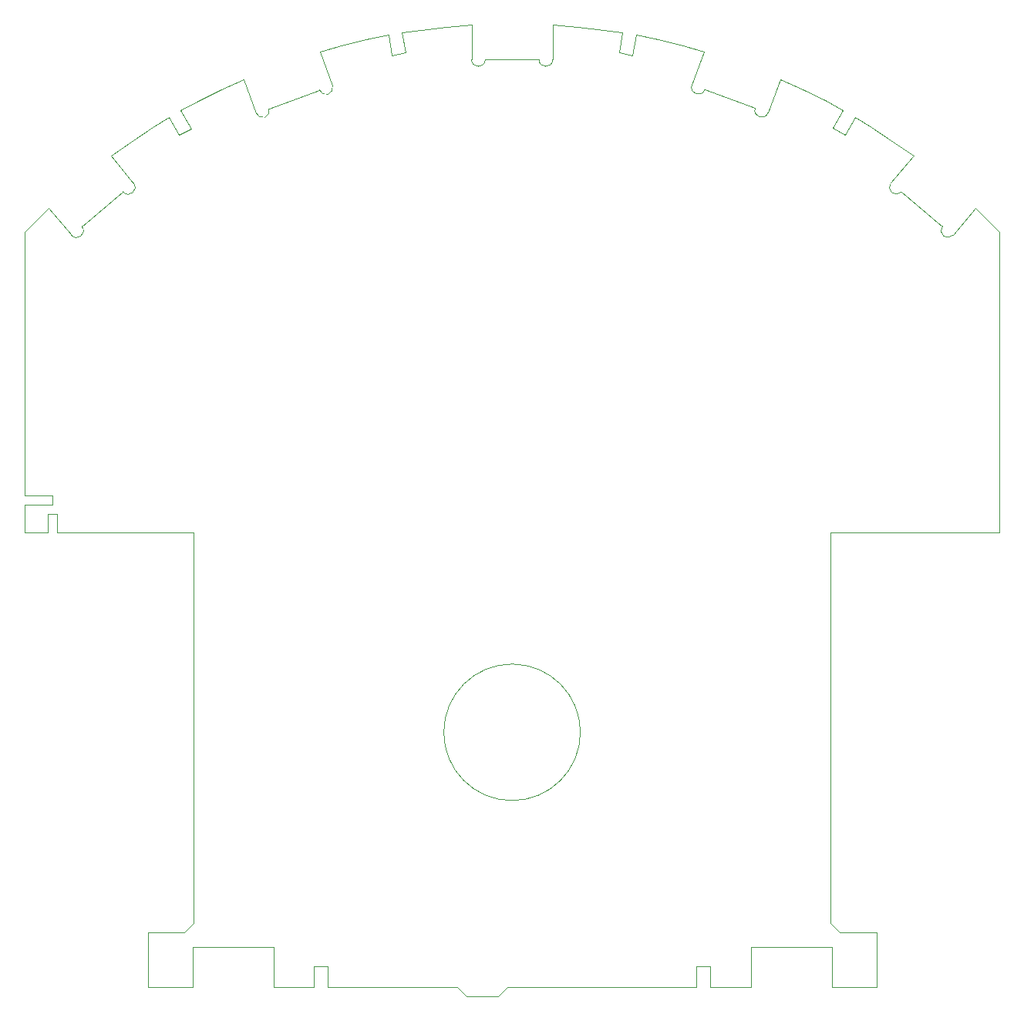
<source format=gm1>
G04*
G04 #@! TF.GenerationSoftware,Altium Limited,Altium Designer,19.1.6 (110)*
G04*
G04 Layer_Color=16711935*
%FSLAX44Y44*%
%MOMM*%
G71*
G01*
G75*
%ADD14C,0.1000*%
D14*
X1415911Y1123604D02*
G03*
X1427402Y1113962I5745J-4821D01*
G01*
X1472598Y1076038D02*
G03*
X1484089Y1066396I5745J-4821D01*
G01*
X1197446Y1231159D02*
G03*
X1211542Y1226029I7048J-2565D01*
G01*
X1266983Y1205850D02*
G03*
X1281079Y1200720I7048J-2565D01*
G01*
X516045Y1066280D02*
G03*
X527536Y1075922I5745J4821D01*
G01*
X572733Y1113846D02*
G03*
X584223Y1123488I5745J4821D01*
G01*
X719107Y1200346D02*
G03*
X733202Y1205476I7048J2565D01*
G01*
X788644Y1225655D02*
G03*
X802739Y1230786I7048J2565D01*
G01*
X1029500Y1259183D02*
G03*
X1044500Y1259183I7500J0D01*
G01*
X955500D02*
G03*
X970500Y1259183I7500J0D01*
G01*
X1075000Y520000D02*
G03*
X1075000Y520000I-75000J0D01*
G01*
X955500Y1259183D02*
X955506Y1297397D01*
X928046Y1295248D02*
X955506Y1297397D01*
X491097Y1095950D02*
X516045Y1066280D01*
X465000Y1070003D02*
X491097Y1095950D01*
X559330Y1153214D02*
X584223Y1123488D01*
X559330Y1153214D02*
X581711Y1169193D01*
X1415911Y1123604D02*
X1440525Y1152937D01*
X1418289Y1169193D02*
X1440704Y1153189D01*
X1484089Y1066396D02*
X1508703Y1095729D01*
X1508913Y1095941D02*
X1535000Y1070003D01*
X1427402Y1113962D02*
X1472598Y1076038D01*
X1281079Y1200720D02*
X1294533Y1237684D01*
X1197446Y1231159D02*
X1210900Y1268123D01*
X1211542Y1226029D02*
X1266983Y1205850D01*
X527536Y1075922D02*
X572733Y1113846D01*
X789163Y1268085D02*
X802739Y1230786D01*
X705511Y1237699D02*
X719107Y1200346D01*
X733202Y1205476D02*
X788644Y1225655D01*
X970500Y1259183D02*
X1029500D01*
X600000Y240000D02*
Y300000D01*
X649000Y240000D02*
Y284003D01*
X600000Y240000D02*
X649000D01*
X1351000D02*
X1400000D01*
X1351000D02*
Y284003D01*
X1400000Y240000D02*
Y300000D01*
X1262000Y284003D02*
X1351000D01*
X1217500Y240000D02*
X1262000Y240003D01*
X738000D02*
X782500Y240000D01*
X1202500Y262500D02*
X1217500D01*
X1202500Y240000D02*
Y262500D01*
X1217500Y240000D02*
Y262500D01*
X782500D02*
X797500D01*
X782500Y240000D02*
Y262500D01*
X1044494Y1297397D02*
X1044500Y1259183D01*
X899698Y1291926D02*
X928046Y1295248D01*
X815720Y1275442D02*
X843493Y1282015D01*
X789168Y1268066D02*
X815720Y1275442D01*
X680489Y1226222D02*
X705544Y1237627D01*
X654988Y1213405D02*
X680489Y1226222D01*
X581711Y1169193D02*
X605562Y1184869D01*
X649000Y284003D02*
X738000D01*
Y240003D02*
Y284003D01*
X1262000Y240003D02*
Y284003D01*
X1350000Y739320D02*
X1535000D01*
Y1070003D01*
X1394438Y1184869D02*
X1418289Y1169193D01*
X1319511Y1226222D02*
X1345012Y1213405D01*
X1294498Y1237608D02*
X1319511Y1226222D01*
X1184281Y1275442D02*
X1210880Y1268053D01*
X1156507Y1282015D02*
X1184281Y1275442D01*
X1071954Y1295248D02*
X1100302Y1291926D01*
X1044494Y1297397D02*
X1071954Y1295248D01*
X465000Y770000D02*
X495000Y769999D01*
Y780000D01*
X465000D02*
X495000D01*
X465000D02*
Y1070003D01*
X500000Y739320D02*
Y760000D01*
X490000Y739320D02*
Y760000D01*
X500000D01*
X465000Y739320D02*
Y770000D01*
Y739320D02*
X490000D01*
X500000D02*
X650000D01*
X940000Y240000D02*
X950000Y230000D01*
X985000D01*
X995000Y240000D01*
X797500D02*
Y262500D01*
Y240000D02*
X940000D01*
X995000D02*
X1202500D01*
X623094Y1195627D02*
X634344Y1176141D01*
X636084Y1203126D02*
X647334Y1183641D01*
X634344Y1176141D02*
X647334Y1183641D01*
X636084Y1203126D02*
X654988Y1213405D01*
X605562Y1184869D02*
X623094Y1195627D01*
X867990Y1264046D02*
X882762Y1266651D01*
X878855Y1288809D02*
X882762Y1266651D01*
X864083Y1286205D02*
X867990Y1264046D01*
X1117174Y1266662D02*
X1131946Y1264058D01*
X1135853Y1286216D01*
X1117174Y1266662D02*
X1121081Y1288821D01*
X1352262Y1183874D02*
X1365252Y1176374D01*
X1376502Y1195859D01*
X1352262Y1183874D02*
X1363512Y1203360D01*
X1345012Y1213405D02*
X1363512Y1203360D01*
X1376502Y1195859D02*
X1394438Y1184869D01*
X1100302Y1291926D02*
X1121081Y1288821D01*
X1135853Y1286216D02*
X1156507Y1282015D01*
X843493D02*
X864083Y1286205D01*
X878855Y1288809D02*
X899698Y1291926D01*
X1350000Y310000D02*
Y739320D01*
Y310000D02*
X1360000Y300000D01*
X1400000D01*
X650000Y310000D02*
Y739320D01*
X640000Y300000D02*
X650000Y310000D01*
X600000Y300000D02*
X640000D01*
M02*

</source>
